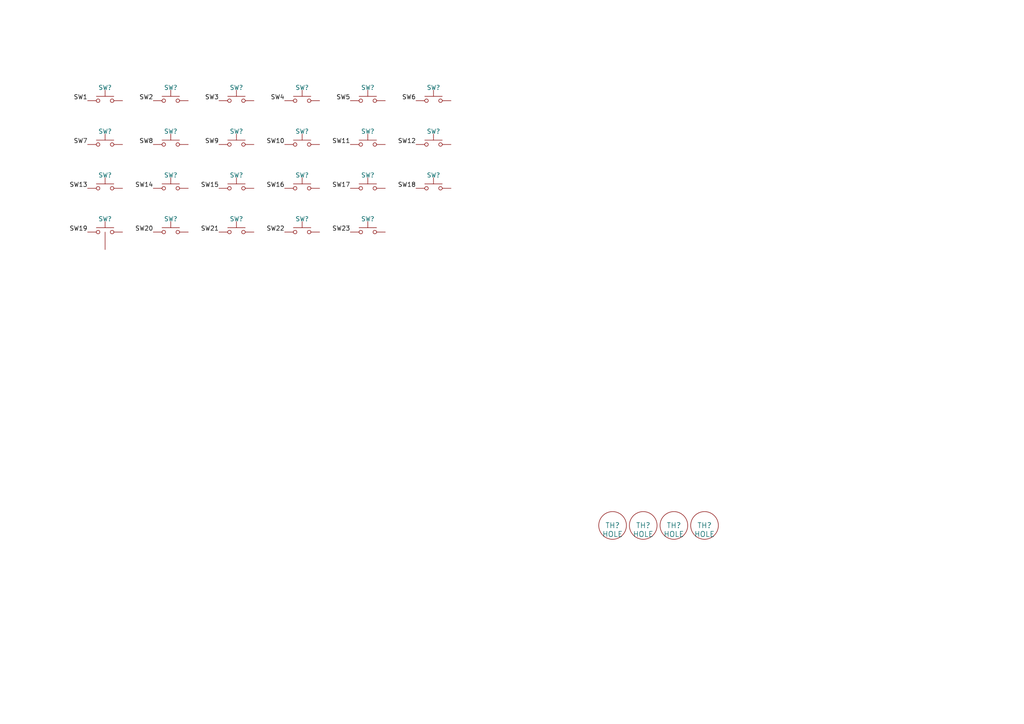
<source format=kicad_sch>
(kicad_sch (version 20230121) (generator eeschema)
  (paper "A4")
  (lib_symbols
    (symbol "Keyboard Switches:SW_Push_GND" (pin_numbers hide) (pin_names (offset 1.016) hide)
      (property "Reference" "SW" (at 1.27 2.54 0))
      (property "Value" "SW_Push" (at 0 -1.524 0))
      (symbol "SW_Push_GND_0_1"
        (circle (center -2.032 0) (radius 0.508))
        (polyline (pts (xy 0 1.27) (xy 0 3.048)))
        (polyline (pts (xy 2.54 1.27) (xy -2.54 1.27)))
        (circle (center 2.032 0) (radius 0.508))
        (pin passive line (at -5.08 0 0) (length 2.54) (name "1") (number "1"))
        (pin passive line (at 5.08 0 180) (length 2.54) (name "2") (number "2"))
      )
      (symbol "SW_Push_GND_1_1"
        (pin power_in line (at 0 -5.08 90) (length 5.08) (name "3") (number "3"))
      )
    )
    (symbol "Switch:SW_Push" (pin_numbers hide) (pin_names (offset 1.016) hide)
      (property "Reference" "SW" (at 1.27 2.54 0))
      (property "Value" "SW_Push" (at 0 -1.524 0))
      (symbol "SW_Push_0_1"
        (circle (center -2.032 0) (radius 0.508))
        (polyline (pts (xy 0 1.27) (xy 0 3.048)))
        (polyline (pts (xy 2.54 1.27) (xy -2.54 1.27)))
        (circle (center 2.032 0) (radius 0.508))
        (pin passive line (at -5.08 0 0) (length 2.54) (name "1") (number "1"))
        (pin passive line (at 5.08 0 180) (length 2.54) (name "2") (number "2"))
      )
    )
    (symbol "keebio:Hole" (pin_names (offset 1.016))
      (property "Reference" "H" (at 0 -1.27 0))
      (property "Value" "Hole" (at 0 1.27 0))
      (symbol "Hole_0_1"
        (circle (center 0 0) (radius 4.0132))
      )
    )
  )
  (label "SW13" (at 25.4 54.61 180))
  (label "SW12" (at 120.65 41.91 180))
  (label "SW18" (at 120.65 54.61 180))
  (label "SW8" (at 44.45 41.91 180))
  (label "SW20" (at 44.45 67.31 180))
  (label "SW7" (at 25.4 41.91 180))
  (label "SW3" (at 63.5 29.21 180))
  (label "SW10" (at 82.55 41.91 180))
  (label "SW16" (at 82.55 54.61 180))
  (label "SW11" (at 101.6 41.91 180))
  (label "SW15" (at 63.5 54.61 180))
  (label "SW14" (at 44.45 54.61 180))
  (label "SW6" (at 120.65 29.21 180))
  (label "SW5" (at 101.6 29.21 180))
  (label "SW21" (at 63.5 67.31 180))
  (label "SW19" (at 25.4 67.31 180))
  (label "SW1" (at 25.4 29.21 180))
  (label "SW17" (at 101.6 54.61 180))
  (label "SW22" (at 82.55 67.31 180))
  (label "SW2" (at 44.45 29.21 180))
  (label "SW9" (at 63.5 41.91 180))
  (label "SW4" (at 82.55 29.21 180))
  (label "SW23" (at 101.6 67.31 180))
  (symbol (lib_id "keebio:Hole") (at 204.343 152.4 0) (unit 1) (in_bom no)
    (property "Reference" "TH?" (at 204.343 152.4 0) (effects (font (size 1.524 1.524))))
    (property "Value" "HOLE" (at 204.343 154.94 0) (effects (font (size 1.524 1.524))))
    (property "Footprint" "Keyboard_Plate:Spacer Plate hole" (effects hide))
    (instances (project "Lotus46_unWired_Plate_100" (path "" (reference "TH?") (unit 1)) (path "" (reference "TH8") (unit 1))))
  )
  (symbol (lib_id "Switch:SW_Push") (at 106.68 54.61 0) (unit 1)
    (property "Reference" "SW?" (at 106.68 50.8 0))
    (property "Value" "Switch" (effects hide))
    (property "Footprint" "Keyboard_Plate:SW_MX_Plate_Placeholder_nodrill_NOBORDER" (effects hide))
    (instances (project "Lotus46_unWired_Plate_100" (path "" (reference "SW?") (unit 1)) (path "" (reference "SW42") (unit 1))))
  )
  (symbol (lib_id "Switch:SW_Push") (at 68.58 54.61 0) (unit 1)
    (property "Reference" "SW?" (at 68.58 50.8 0))
    (property "Value" "Switch" (effects hide))
    (property "Footprint" "Keyboard_Plate:SW_MX_Plate_Placeholder_nodrill_NOBORDER" (effects hide))
    (instances (project "Lotus46_unWired_Plate_100" (path "" (reference "SW?") (unit 1)) (path "" (reference "SW40") (unit 1))))
  )
  (symbol (lib_id "Switch:SW_Push") (at 49.53 41.91 0) (unit 1)
    (property "Reference" "SW?" (at 49.53 38.1 0))
    (property "Value" "Switch" (effects hide))
    (property "Footprint" "Keyboard_Plate:SW_MX_Plate_Placeholder_nodrill_NOBORDER" (effects hide))
    (instances (project "Lotus46_unWired_Plate_100" (path "" (reference "SW?") (unit 1)) (path "" (reference "SW33") (unit 1))))
  )
  (symbol (lib_id "Switch:SW_Push") (at 125.73 41.91 0) (unit 1)
    (property "Reference" "SW?" (at 125.73 38.1 0))
    (property "Value" "Switch" (effects hide))
    (property "Footprint" "Keyboard_Plate:SW_MX_Plate_Placeholder_nodrill_NOBORDER" (effects hide))
    (instances (project "Lotus46_unWired_Plate_100" (path "" (reference "SW?") (unit 1)) (path "" (reference "SW37") (unit 1))))
  )
  (symbol (lib_id "Switch:SW_Push") (at 68.58 29.21 0) (unit 1)
    (property "Reference" "SW?" (at 68.58 25.4 0))
    (property "Value" "Switch" (effects hide))
    (property "Footprint" "Keyboard_Plate:SW_MX_Plate_Placeholder_nodrill_NOBORDER" (effects hide))
    (instances (project "Lotus46_unWired_Plate_100" (path "" (reference "SW?") (unit 1)) (path "" (reference "SW28") (unit 1))))
  )
  (symbol (lib_id "keebio:Hole") (at 177.673 152.4 0) (unit 1) (in_bom no)
    (property "Reference" "TH?" (at 177.673 152.4 0) (effects (font (size 1.524 1.524))))
    (property "Value" "HOLE" (at 177.673 154.94 0) (effects (font (size 1.524 1.524))))
    (property "Footprint" "Keyboard_Plate:Spacer Plate hole" (effects hide))
    (instances (project "Lotus46_unWired_Plate_100" (path "" (reference "TH?") (unit 1)) (path "" (reference "TH5") (unit 1))))
  )
  (symbol (lib_id "Keyboard Switches:SW_Push_GND") (at 30.48 67.31 0) (mirror y) (unit 1)
    (property "Reference" "SW?" (at 30.48 63.5 0))
    (property "Value" "Switch" (effects hide))
    (property "Footprint" "Keyboard_Plate:SW_MX_Plate_Placeholder_nodrill_NOBORDER" (effects hide))
    (instances (project "Lotus46_unWired_Plate_100" (path "" (reference "SW?") (unit 1)) (path "" (reference "SW44") (unit 1))))
  )
  (symbol (lib_id "Switch:SW_Push") (at 87.63 41.91 0) (unit 1)
    (property "Reference" "SW?" (at 87.63 38.1 0))
    (property "Value" "Switch" (effects hide))
    (property "Footprint" "Keyboard_Plate:SW_MX_Plate_Placeholder_nodrill_NOBORDER" (effects hide))
    (instances (project "Lotus46_unWired_Plate_100" (path "" (reference "SW?") (unit 1)) (path "" (reference "SW35") (unit 1))))
  )
  (symbol (lib_id "Switch:SW_Push") (at 49.53 54.61 0) (unit 1)
    (property "Reference" "SW?" (at 49.53 50.8 0))
    (property "Value" "Switch" (effects hide))
    (property "Footprint" "Keyboard_Plate:SW_MX_Plate_Placeholder_nodrill_NOBORDER" (effects hide))
    (instances (project "Lotus46_unWired_Plate_100" (path "" (reference "SW?") (unit 1)) (path "" (reference "SW39") (unit 1))))
  )
  (symbol (lib_id "Switch:SW_Push") (at 30.48 41.91 0) (unit 1)
    (property "Reference" "SW?" (at 30.48 38.1 0))
    (property "Value" "Switch" (effects hide))
    (property "Footprint" "Keyboard_Plate:SW_MX_Plate_Placeholder_nodrill_NOBORDER" (effects hide))
    (instances (project "Lotus46_unWired_Plate_100" (path "" (reference "SW?") (unit 1)) (path "" (reference "SW32") (unit 1))))
  )
  (symbol (lib_id "Switch:SW_Push") (at 30.48 29.21 0) (unit 1)
    (property "Reference" "SW?" (at 30.48 25.4 0))
    (property "Value" "Switch" (effects hide))
    (property "Footprint" "Keyboard_Plate:SW_MX_Plate_Placeholder_nodrill_NOBORDER" (effects hide))
    (instances (project "Lotus46_unWired_Plate_100" (path "" (reference "SW?") (unit 1)) (path "" (reference "SW26") (unit 1))))
  )
  (symbol (lib_id "Switch:SW_Push") (at 106.68 67.31 0) (unit 1)
    (property "Reference" "SW?" (at 106.68 63.5 0))
    (property "Value" "Switch" (effects hide))
    (property "Footprint" "Keyboard_Plate:SW_MX_Plate_Placeholder_nodrill_NOBORDER" (effects hide))
    (instances (project "Lotus46_unWired_Plate_100" (path "" (reference "SW?") (unit 1)) (path "" (reference "SW48") (unit 1))))
  )
  (symbol (lib_id "Switch:SW_Push") (at 106.68 29.21 0) (unit 1)
    (property "Reference" "SW?" (at 106.68 25.4 0))
    (property "Value" "Switch" (effects hide))
    (property "Footprint" "Keyboard_Plate:SW_MX_Plate_Placeholder_nodrill_NOBORDER" (effects hide))
    (instances (project "Lotus46_unWired_Plate_100" (path "" (reference "SW?") (unit 1)) (path "" (reference "SW30") (unit 1))))
  )
  (symbol (lib_id "Switch:SW_Push") (at 68.58 67.31 0) (unit 1)
    (property "Reference" "SW?" (at 68.58 63.5 0))
    (property "Value" "Switch" (effects hide))
    (property "Footprint" "Keyboard_Plate:SW_MX_Plate_Placeholder_nodrill_NOBORDER" (effects hide))
    (instances (project "Lotus46_unWired_Plate_100" (path "" (reference "SW?") (unit 1)) (path "" (reference "SW46") (unit 1))))
  )
  (symbol (lib_id "keebio:Hole") (at 186.563 152.4 0) (unit 1) (in_bom no)
    (property "Reference" "TH?" (at 186.563 152.4 0) (effects (font (size 1.524 1.524))))
    (property "Value" "HOLE" (at 186.563 154.94 0) (effects (font (size 1.524 1.524))))
    (property "Footprint" "Keyboard_Plate:Spacer Plate hole" (effects hide))
    (instances (project "Lotus46_unWired_Plate_100" (path "" (reference "TH?") (unit 1)) (path "" (reference "TH6") (unit 1))))
  )
  (symbol (lib_id "Switch:SW_Push") (at 87.63 67.31 0) (unit 1)
    (property "Reference" "SW?" (at 87.63 63.5 0))
    (property "Value" "Switch" (effects hide))
    (property "Footprint" "Keyboard_Plate:SW_MX_Plate_Placeholder_nodrill_NOBORDER" (effects hide))
    (instances (project "Lotus46_unWired_Plate_100" (path "" (reference "SW?") (unit 1)) (path "" (reference "SW47") (unit 1))))
  )
  (symbol (lib_id "Switch:SW_Push") (at 49.53 29.21 0) (unit 1)
    (property "Reference" "SW?" (at 49.53 25.4 0))
    (property "Value" "Switch" (effects hide))
    (property "Footprint" "Keyboard_Plate:SW_MX_Plate_Placeholder_nodrill_NOBORDER" (effects hide))
    (instances (project "Lotus46_unWired_Plate_100" (path "" (reference "SW?") (unit 1)) (path "" (reference "SW27") (unit 1))))
  )
  (symbol (lib_id "Switch:SW_Push") (at 49.53 67.31 0) (unit 1)
    (property "Reference" "SW?" (at 49.53 63.5 0))
    (property "Value" "Switch" (effects hide))
    (property "Footprint" "Keyboard_Plate:SW_MX_Plate_Placeholder_nodrill_NOBORDER" (effects hide))
    (instances (project "Lotus46_unWired_Plate_100" (path "" (reference "SW?") (unit 1)) (path "" (reference "SW45") (unit 1))))
  )
  (symbol (lib_id "keebio:Hole") (at 195.453 152.4 0) (unit 1) (in_bom no)
    (property "Reference" "TH?" (at 195.453 152.4 0) (effects (font (size 1.524 1.524))))
    (property "Value" "HOLE" (at 195.453 154.94 0) (effects (font (size 1.524 1.524))))
    (property "Footprint" "Keyboard_Plate:Spacer Plate hole" (effects hide))
    (instances (project "Lotus46_unWired_Plate_100" (path "" (reference "TH?") (unit 1)) (path "" (reference "TH7") (unit 1))))
  )
  (symbol (lib_id "Switch:SW_Push") (at 106.68 41.91 0) (unit 1)
    (property "Reference" "SW?" (at 106.68 38.1 0))
    (property "Value" "Switch" (effects hide))
    (property "Footprint" "Keyboard_Plate:SW_MX_Plate_Placeholder_nodrill_NOBORDER" (effects hide))
    (instances (project "Lotus46_unWired_Plate_100" (path "" (reference "SW?") (unit 1)) (path "" (reference "SW36") (unit 1))))
  )
  (symbol (lib_id "Switch:SW_Push") (at 125.73 29.21 0) (unit 1)
    (property "Reference" "SW?" (at 125.73 25.4 0))
    (property "Value" "Switch" (effects hide))
    (property "Footprint" "Keyboard_Plate:SW_MX_Plate_Placeholder_nodrill_NOBORDER" (effects hide))
    (instances (project "Lotus46_unWired_Plate_100" (path "" (reference "SW?") (unit 1)) (path "" (reference "SW31") (unit 1))))
  )
  (symbol (lib_id "Switch:SW_Push") (at 87.63 29.21 0) (unit 1)
    (property "Reference" "SW?" (at 87.63 25.4 0))
    (property "Value" "Switch" (effects hide))
    (property "Footprint" "Keyboard_Plate:SW_MX_Plate_Placeholder_nodrill_NOBORDER" (effects hide))
    (instances (project "Lotus46_unWired_Plate_100" (path "" (reference "SW?") (unit 1)) (path "" (reference "SW29") (unit 1))))
  )
  (symbol (lib_id "Switch:SW_Push") (at 30.48 54.61 0) (unit 1)
    (property "Reference" "SW?" (at 30.48 50.8 0))
    (property "Value" "Switch" (effects hide))
    (property "Footprint" "Keyboard_Plate:SW_MX_Plate_Placeholder_nodrill_NOBORDER" (effects hide))
    (instances (project "Lotus46_unWired_Plate_100" (path "" (reference "SW?") (unit 1)) (path "" (reference "SW38") (unit 1))))
  )
  (symbol (lib_id "Switch:SW_Push") (at 87.63 54.61 0) (unit 1)
    (property "Reference" "SW?" (at 87.63 50.8 0))
    (property "Value" "Switch" (effects hide))
    (property "Footprint" "Keyboard_Plate:SW_MX_Plate_Placeholder_nodrill_NOBORDER" (effects hide))
    (instances (project "Lotus46_unWired_Plate_100" (path "" (reference "SW?") (unit 1)) (path "" (reference "SW41") (unit 1))))
  )
  (symbol (lib_id "Switch:SW_Push") (at 68.58 41.91 0) (unit 1)
    (property "Reference" "SW?" (at 68.58 38.1 0))
    (property "Value" "Switch" (effects hide))
    (property "Footprint" "Keyboard_Plate:SW_MX_Plate_Placeholder_nodrill_NOBORDER" (effects hide))
    (instances (project "Lotus46_unWired_Plate_100" (path "" (reference "SW?") (unit 1)) (path "" (reference "SW34") (unit 1))))
  )
  (symbol (lib_id "Switch:SW_Push") (at 125.73 54.61 0) (unit 1)
    (property "Reference" "SW?" (at 125.73 50.8 0))
    (property "Value" "Switch" (effects hide))
    (property "Footprint" "Keyboard_Plate:SW_MX_Plate_Placeholder_nodrill_NOBORDER" (effects hide))
    (instances (project "Lotus46_unWired_Plate_100" (path "" (reference "SW?") (unit 1)) (path "" (reference "SW43") (unit 1))))
  )
)
</source>
